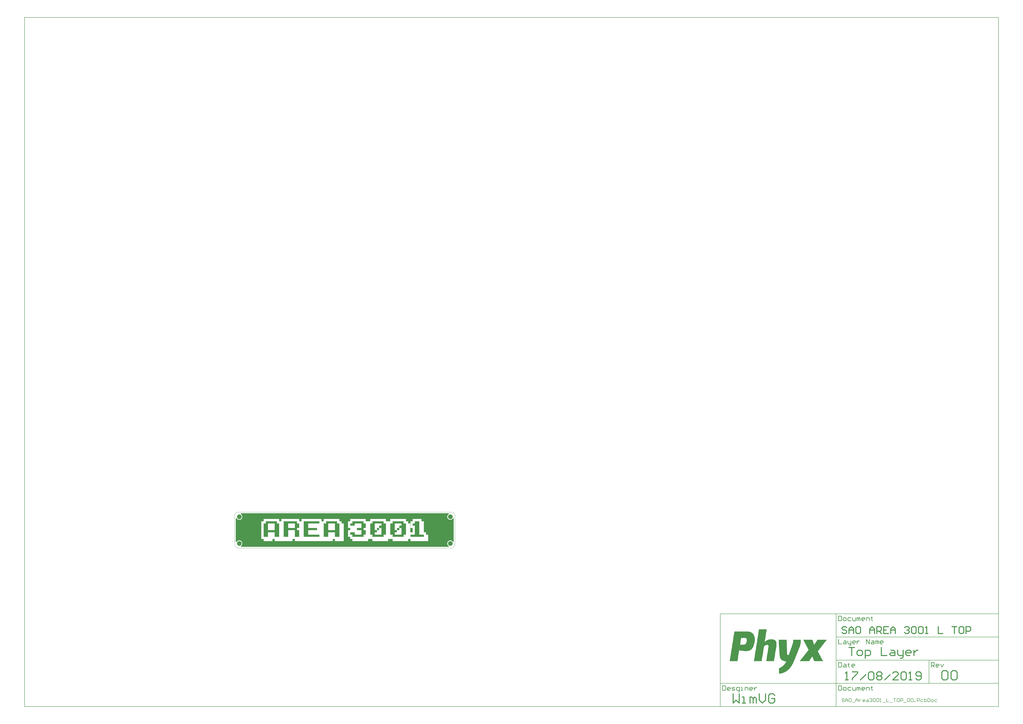
<source format=gtl>
G04*
G04 #@! TF.GenerationSoftware,Altium Limited,Altium Designer,18.1.7 (191)*
G04*
G04 Layer_Physical_Order=1*
G04 Layer_Color=255*
%FSLAX25Y25*%
%MOIN*%
G70*
G01*
G75*
%ADD10C,0.01575*%
%ADD11C,0.00394*%
%ADD12C,0.00787*%
%ADD13C,0.00984*%
%ADD15R,0.07874X0.57087*%
%ADD16R,3.46457X0.03937*%
%ADD17C,0.07874*%
G36*
X363461Y59017D02*
X363539Y58881D01*
X363284Y57426D01*
X362505Y56786D01*
X361866Y56007D01*
X361390Y55118D01*
X361098Y54153D01*
X360999Y53150D01*
X361098Y52146D01*
X361390Y51182D01*
X361866Y50292D01*
X362505Y49513D01*
X363284Y48873D01*
X364174Y48398D01*
X365138Y48106D01*
X366142Y48007D01*
X367145Y48106D01*
X368110Y48398D01*
X368999Y48873D01*
X369778Y49513D01*
X370418Y50292D01*
X371874Y50547D01*
X372009Y50469D01*
X372009Y10555D01*
X371874Y10477D01*
X370418Y10731D01*
X369778Y11511D01*
X368999Y12150D01*
X368110Y12625D01*
X367145Y12918D01*
X366142Y13017D01*
X365138Y12918D01*
X364174Y12625D01*
X363284Y12150D01*
X362505Y11511D01*
X361866Y10731D01*
X361390Y9842D01*
X361098Y8877D01*
X360999Y7874D01*
X361098Y6871D01*
X361390Y5906D01*
X361866Y5017D01*
X362505Y4237D01*
X363284Y3598D01*
X363539Y2142D01*
X363461Y2007D01*
X10555D01*
X10477Y2142D01*
X10731Y3598D01*
X11511Y4237D01*
X12150Y5017D01*
X12625Y5906D01*
X12918Y6871D01*
X13017Y7874D01*
X12918Y8877D01*
X12625Y9842D01*
X12150Y10731D01*
X11511Y11511D01*
X10731Y12150D01*
X9842Y12625D01*
X8877Y12918D01*
X7874Y13017D01*
X6871Y12918D01*
X5906Y12625D01*
X5017Y12150D01*
X4237Y11511D01*
X3598Y10731D01*
X2142Y10477D01*
X2007Y10555D01*
Y50469D01*
X2142Y50547D01*
X3598Y50292D01*
X4237Y49513D01*
X5017Y48873D01*
X5906Y48398D01*
X6871Y48106D01*
X7874Y48007D01*
X8877Y48106D01*
X9842Y48398D01*
X10731Y48873D01*
X11511Y49513D01*
X12150Y50292D01*
X12625Y51182D01*
X12918Y52146D01*
X13017Y53150D01*
X12918Y54153D01*
X12625Y55118D01*
X12150Y56007D01*
X11511Y56786D01*
X10731Y57426D01*
X10477Y58881D01*
X10555Y59017D01*
X363461Y59017D01*
D02*
G37*
G36*
X1005337Y-155808D02*
X1005050D01*
Y-156094D01*
X1004764D01*
Y-156380D01*
Y-156667D01*
X1004478D01*
Y-156953D01*
X1004192D01*
Y-157239D01*
X1003905D01*
Y-157526D01*
Y-157812D01*
X1003619D01*
Y-158098D01*
X1003333D01*
Y-158385D01*
X1003046D01*
Y-158671D01*
X1002760D01*
Y-158957D01*
Y-159244D01*
X1002474D01*
Y-159530D01*
X1002187D01*
Y-159816D01*
X1001901D01*
Y-160102D01*
Y-160389D01*
X1001615D01*
Y-160675D01*
X1001328D01*
Y-160961D01*
X1001042D01*
Y-161248D01*
X1000756D01*
Y-161534D01*
Y-161820D01*
X1000469D01*
Y-162107D01*
X1000183D01*
Y-162393D01*
X999897D01*
Y-162679D01*
Y-162966D01*
X999611D01*
Y-163252D01*
X999324D01*
Y-163538D01*
X999038D01*
Y-163824D01*
Y-164111D01*
X998752D01*
Y-164397D01*
X998465D01*
Y-164683D01*
X998179D01*
Y-164970D01*
X997893D01*
Y-165256D01*
Y-165542D01*
X997606D01*
Y-165829D01*
X997320D01*
Y-166115D01*
X997034D01*
Y-166401D01*
Y-166688D01*
X996747D01*
Y-166974D01*
X996461D01*
Y-167260D01*
X996175D01*
Y-167547D01*
Y-167833D01*
X995889D01*
Y-168119D01*
X995602D01*
Y-168405D01*
X995316D01*
Y-168692D01*
X995030D01*
Y-168978D01*
Y-169264D01*
X994743D01*
Y-169551D01*
X994457D01*
Y-169837D01*
X994171D01*
Y-170123D01*
Y-170410D01*
X993884D01*
Y-170696D01*
X993598D01*
Y-170982D01*
X993312D01*
Y-171269D01*
Y-171555D01*
X993025D01*
Y-171841D01*
X992739D01*
Y-172127D01*
X992453D01*
Y-172414D01*
X992166D01*
Y-172700D01*
Y-172986D01*
X991880D01*
Y-173273D01*
X991594D01*
Y-173559D01*
X991308D01*
Y-173845D01*
Y-174132D01*
X991021D01*
Y-174418D01*
X990735D01*
Y-174704D01*
X990449D01*
Y-174991D01*
X990162D01*
Y-175277D01*
Y-175563D01*
X990449D01*
Y-175850D01*
Y-176136D01*
X990735D01*
Y-176422D01*
Y-176709D01*
X991021D01*
Y-176995D01*
X991308D01*
Y-177281D01*
Y-177568D01*
X991594D01*
Y-177854D01*
Y-178140D01*
X991880D01*
Y-178426D01*
Y-178713D01*
X992166D01*
Y-178999D01*
Y-179285D01*
X992453D01*
Y-179572D01*
Y-179858D01*
X992739D01*
Y-180144D01*
Y-180431D01*
X993025D01*
Y-180717D01*
Y-181003D01*
X993312D01*
Y-181290D01*
Y-181576D01*
X993598D01*
Y-181862D01*
X993884D01*
Y-182149D01*
Y-182435D01*
X994171D01*
Y-182721D01*
Y-183007D01*
X994457D01*
Y-183294D01*
Y-183580D01*
X994743D01*
Y-183866D01*
Y-184153D01*
X995030D01*
Y-184439D01*
Y-184725D01*
X995316D01*
Y-185012D01*
Y-185298D01*
X995602D01*
Y-185584D01*
Y-185871D01*
X995889D01*
Y-186157D01*
X996175D01*
Y-186443D01*
Y-186730D01*
X996461D01*
Y-187016D01*
Y-187302D01*
X996747D01*
Y-187588D01*
Y-187875D01*
X997034D01*
Y-188161D01*
Y-188447D01*
X997320D01*
Y-188734D01*
Y-189020D01*
X997606D01*
Y-189306D01*
Y-189593D01*
X997893D01*
Y-189879D01*
Y-190165D01*
X998179D01*
Y-190452D01*
X998465D01*
Y-190738D01*
Y-191024D01*
X998752D01*
Y-191311D01*
Y-191597D01*
X999038D01*
Y-191883D01*
X983863D01*
Y-191597D01*
X983577D01*
Y-191311D01*
Y-191024D01*
Y-190738D01*
X983291D01*
Y-190452D01*
Y-190165D01*
Y-189879D01*
X983004D01*
Y-189593D01*
Y-189306D01*
X982718D01*
Y-189020D01*
Y-188734D01*
Y-188447D01*
X982432D01*
Y-188161D01*
Y-187875D01*
Y-187588D01*
X982146D01*
Y-187302D01*
Y-187016D01*
X981859D01*
Y-186730D01*
Y-186443D01*
Y-186157D01*
X981573D01*
Y-185871D01*
Y-185584D01*
Y-185298D01*
X981287D01*
Y-185012D01*
Y-184725D01*
Y-184439D01*
X981000D01*
Y-184153D01*
X980428D01*
Y-184439D01*
Y-184725D01*
X980141D01*
Y-185012D01*
X979855D01*
Y-185298D01*
Y-185584D01*
X979569D01*
Y-185871D01*
X979282D01*
Y-186157D01*
Y-186443D01*
X978996D01*
Y-186730D01*
X978710D01*
Y-187016D01*
Y-187302D01*
X978423D01*
Y-187588D01*
X978137D01*
Y-187875D01*
X977851D01*
Y-188161D01*
Y-188447D01*
X977565D01*
Y-188734D01*
X977278D01*
Y-189020D01*
Y-189306D01*
X976992D01*
Y-189593D01*
X976705D01*
Y-189879D01*
Y-190165D01*
X976419D01*
Y-190452D01*
X976133D01*
Y-190738D01*
Y-191024D01*
X975847D01*
Y-191311D01*
X975560D01*
Y-191597D01*
Y-191883D01*
X959527D01*
Y-191597D01*
X959813D01*
Y-191311D01*
X960099D01*
Y-191024D01*
X960386D01*
Y-190738D01*
X960672D01*
Y-190452D01*
Y-190165D01*
X960958D01*
Y-189879D01*
X961245D01*
Y-189593D01*
X961531D01*
Y-189306D01*
X961817D01*
Y-189020D01*
Y-188734D01*
X962104D01*
Y-188447D01*
X962390D01*
Y-188161D01*
X962676D01*
Y-187875D01*
Y-187588D01*
X962963D01*
Y-187302D01*
X963249D01*
Y-187016D01*
X963535D01*
Y-186730D01*
X963822D01*
Y-186443D01*
Y-186157D01*
X964108D01*
Y-185871D01*
X964394D01*
Y-185584D01*
X964680D01*
Y-185298D01*
X964967D01*
Y-185012D01*
Y-184725D01*
X965253D01*
Y-184439D01*
X965539D01*
Y-184153D01*
X965826D01*
Y-183866D01*
Y-183580D01*
X966112D01*
Y-183294D01*
X966398D01*
Y-183007D01*
X966685D01*
Y-182721D01*
X966971D01*
Y-182435D01*
Y-182149D01*
X967257D01*
Y-181862D01*
X967544D01*
Y-181576D01*
X967830D01*
Y-181290D01*
Y-181003D01*
X968116D01*
Y-180717D01*
X968402D01*
Y-180431D01*
X968689D01*
Y-180144D01*
X968975D01*
Y-179858D01*
Y-179572D01*
X969261D01*
Y-179285D01*
X969548D01*
Y-178999D01*
X969834D01*
Y-178713D01*
Y-178426D01*
X970120D01*
Y-178140D01*
X970407D01*
Y-177854D01*
X970693D01*
Y-177568D01*
X970979D01*
Y-177281D01*
Y-176995D01*
X971266D01*
Y-176709D01*
X971552D01*
Y-176422D01*
X971838D01*
Y-176136D01*
X972124D01*
Y-175850D01*
Y-175563D01*
X972411D01*
Y-175277D01*
X972697D01*
Y-174991D01*
X972983D01*
Y-174704D01*
Y-174418D01*
X973270D01*
Y-174132D01*
X973556D01*
Y-173845D01*
X973842D01*
Y-173559D01*
X974129D01*
Y-173273D01*
Y-172986D01*
X974415D01*
Y-172700D01*
Y-172414D01*
Y-172127D01*
X974129D01*
Y-171841D01*
X973842D01*
Y-171555D01*
Y-171269D01*
X973556D01*
Y-170982D01*
Y-170696D01*
X973270D01*
Y-170410D01*
Y-170123D01*
X972983D01*
Y-169837D01*
Y-169551D01*
X972697D01*
Y-169264D01*
Y-168978D01*
X972411D01*
Y-168692D01*
Y-168405D01*
X972124D01*
Y-168119D01*
X971838D01*
Y-167833D01*
Y-167547D01*
X971552D01*
Y-167260D01*
Y-166974D01*
X971266D01*
Y-166688D01*
Y-166401D01*
X970979D01*
Y-166115D01*
Y-165829D01*
X970693D01*
Y-165542D01*
Y-165256D01*
X970407D01*
Y-164970D01*
Y-164683D01*
X970120D01*
Y-164397D01*
X969834D01*
Y-164111D01*
Y-163824D01*
X969548D01*
Y-163538D01*
Y-163252D01*
X969261D01*
Y-162966D01*
Y-162679D01*
X968975D01*
Y-162393D01*
Y-162107D01*
X968689D01*
Y-161820D01*
Y-161534D01*
X968402D01*
Y-161248D01*
Y-160961D01*
X968116D01*
Y-160675D01*
Y-160389D01*
X967830D01*
Y-160102D01*
X967544D01*
Y-159816D01*
Y-159530D01*
X967257D01*
Y-159244D01*
Y-158957D01*
X966971D01*
Y-158671D01*
Y-158385D01*
X966685D01*
Y-158098D01*
Y-157812D01*
X966398D01*
Y-157526D01*
Y-157239D01*
X966112D01*
Y-156953D01*
Y-156667D01*
X965826D01*
Y-156380D01*
X965539D01*
Y-156094D01*
Y-155808D01*
X965253D01*
Y-155521D01*
X981000D01*
Y-155808D01*
X981287D01*
Y-156094D01*
Y-156380D01*
Y-156667D01*
X981573D01*
Y-156953D01*
Y-157239D01*
Y-157526D01*
X981859D01*
Y-157812D01*
Y-158098D01*
Y-158385D01*
X982146D01*
Y-158671D01*
Y-158957D01*
Y-159244D01*
X982432D01*
Y-159530D01*
Y-159816D01*
Y-160102D01*
X982718D01*
Y-160389D01*
Y-160675D01*
Y-160961D01*
X983004D01*
Y-161248D01*
Y-161534D01*
Y-161820D01*
X983291D01*
Y-162107D01*
Y-162393D01*
Y-162679D01*
X983577D01*
Y-162966D01*
Y-163252D01*
Y-163538D01*
Y-163824D01*
X984150D01*
Y-163538D01*
X984436D01*
Y-163252D01*
X984722D01*
Y-162966D01*
Y-162679D01*
X985009D01*
Y-162393D01*
X985295D01*
Y-162107D01*
Y-161820D01*
X985581D01*
Y-161534D01*
X985868D01*
Y-161248D01*
Y-160961D01*
X986154D01*
Y-160675D01*
X986440D01*
Y-160389D01*
Y-160102D01*
X986726D01*
Y-159816D01*
X987013D01*
Y-159530D01*
Y-159244D01*
X987299D01*
Y-158957D01*
X987585D01*
Y-158671D01*
Y-158385D01*
X987872D01*
Y-158098D01*
X988158D01*
Y-157812D01*
Y-157526D01*
X988444D01*
Y-157239D01*
X988731D01*
Y-156953D01*
Y-156667D01*
X989017D01*
Y-156380D01*
X989303D01*
Y-156094D01*
Y-155808D01*
X989590D01*
Y-155521D01*
X1005337D01*
Y-155808D01*
D02*
G37*
G36*
X872201Y-141778D02*
X873919D01*
Y-142065D01*
X874778D01*
Y-142351D01*
X875637D01*
Y-142637D01*
X876496D01*
Y-142924D01*
X877069D01*
Y-143210D01*
X877355D01*
Y-143496D01*
X877928D01*
Y-143783D01*
X878214D01*
Y-144069D01*
X878786D01*
Y-144355D01*
X879073D01*
Y-144641D01*
X879359D01*
Y-144928D01*
X879646D01*
Y-145214D01*
X879932D01*
Y-145501D01*
X880218D01*
Y-145787D01*
X880504D01*
Y-146073D01*
Y-146359D01*
X880791D01*
Y-146646D01*
X881077D01*
Y-146932D01*
Y-147218D01*
X881363D01*
Y-147505D01*
X881650D01*
Y-147791D01*
Y-148077D01*
X881936D01*
Y-148364D01*
Y-148650D01*
Y-148936D01*
X882222D01*
Y-149223D01*
Y-149509D01*
Y-149795D01*
X882509D01*
Y-150082D01*
Y-150368D01*
Y-150654D01*
Y-150940D01*
X882795D01*
Y-151227D01*
Y-151513D01*
Y-151799D01*
Y-152086D01*
Y-152372D01*
X883081D01*
Y-152658D01*
Y-152945D01*
Y-153231D01*
Y-153517D01*
Y-153804D01*
Y-154090D01*
Y-154376D01*
Y-154663D01*
Y-154949D01*
Y-155235D01*
Y-155521D01*
Y-155808D01*
Y-156094D01*
Y-156380D01*
Y-156667D01*
Y-156953D01*
Y-157239D01*
Y-157526D01*
Y-157812D01*
Y-158098D01*
X882795D01*
Y-158385D01*
Y-158671D01*
Y-158957D01*
Y-159244D01*
Y-159530D01*
Y-159816D01*
Y-160102D01*
X882509D01*
Y-160389D01*
Y-160675D01*
Y-160961D01*
Y-161248D01*
Y-161534D01*
X882222D01*
Y-161820D01*
Y-162107D01*
Y-162393D01*
Y-162679D01*
Y-162966D01*
X881936D01*
Y-163252D01*
Y-163538D01*
Y-163824D01*
X881650D01*
Y-164111D01*
Y-164397D01*
Y-164683D01*
Y-164970D01*
X881363D01*
Y-165256D01*
Y-165542D01*
Y-165829D01*
X881077D01*
Y-166115D01*
Y-166401D01*
X880791D01*
Y-166688D01*
Y-166974D01*
Y-167260D01*
X880504D01*
Y-167547D01*
Y-167833D01*
X880218D01*
Y-168119D01*
Y-168405D01*
X879932D01*
Y-168692D01*
Y-168978D01*
X879646D01*
Y-169264D01*
X879359D01*
Y-169551D01*
Y-169837D01*
X879073D01*
Y-170123D01*
X878786D01*
Y-170410D01*
X878500D01*
Y-170696D01*
Y-170982D01*
X878214D01*
Y-171269D01*
X877928D01*
Y-171555D01*
X877641D01*
Y-171841D01*
X877355D01*
Y-172127D01*
X877069D01*
Y-172414D01*
X876496D01*
Y-172700D01*
X876210D01*
Y-172986D01*
X875637D01*
Y-173273D01*
X875351D01*
Y-173559D01*
X874778D01*
Y-173845D01*
X873919D01*
Y-174132D01*
X873060D01*
Y-174418D01*
X872201D01*
Y-174704D01*
X870483D01*
Y-174991D01*
X865330D01*
Y-174704D01*
X862753D01*
Y-174418D01*
X860749D01*
Y-174132D01*
X859317D01*
Y-173845D01*
X857886D01*
Y-173559D01*
X856454D01*
Y-173845D01*
Y-174132D01*
Y-174418D01*
Y-174704D01*
Y-174991D01*
Y-175277D01*
Y-175563D01*
X856168D01*
Y-175850D01*
Y-176136D01*
Y-176422D01*
Y-176709D01*
Y-176995D01*
Y-177281D01*
X855882D01*
Y-177568D01*
Y-177854D01*
Y-178140D01*
Y-178426D01*
Y-178713D01*
Y-178999D01*
X855595D01*
Y-179285D01*
Y-179572D01*
Y-179858D01*
Y-180144D01*
Y-180431D01*
Y-180717D01*
Y-181003D01*
X855309D01*
Y-181290D01*
Y-181576D01*
Y-181862D01*
Y-182149D01*
Y-182435D01*
Y-182721D01*
X855023D01*
Y-183007D01*
Y-183294D01*
Y-183580D01*
Y-183866D01*
Y-184153D01*
Y-184439D01*
X854736D01*
Y-184725D01*
Y-185012D01*
Y-185298D01*
Y-185584D01*
Y-185871D01*
Y-186157D01*
Y-186443D01*
X854450D01*
Y-186730D01*
Y-187016D01*
Y-187302D01*
Y-187588D01*
Y-187875D01*
Y-188161D01*
X854164D01*
Y-188447D01*
Y-188734D01*
Y-189020D01*
Y-189306D01*
Y-189593D01*
Y-189879D01*
X853877D01*
Y-190165D01*
Y-190452D01*
Y-190738D01*
Y-191024D01*
Y-191311D01*
Y-191597D01*
Y-191883D01*
X840421D01*
Y-191597D01*
X840707D01*
Y-191311D01*
Y-191024D01*
Y-190738D01*
Y-190452D01*
Y-190165D01*
X840993D01*
Y-189879D01*
Y-189593D01*
Y-189306D01*
Y-189020D01*
Y-188734D01*
Y-188447D01*
Y-188161D01*
X841280D01*
Y-187875D01*
Y-187588D01*
Y-187302D01*
Y-187016D01*
Y-186730D01*
Y-186443D01*
X841566D01*
Y-186157D01*
Y-185871D01*
Y-185584D01*
Y-185298D01*
Y-185012D01*
Y-184725D01*
X841852D01*
Y-184439D01*
Y-184153D01*
Y-183866D01*
Y-183580D01*
Y-183294D01*
Y-183007D01*
Y-182721D01*
X842138D01*
Y-182435D01*
Y-182149D01*
Y-181862D01*
Y-181576D01*
Y-181290D01*
Y-181003D01*
X842425D01*
Y-180717D01*
Y-180431D01*
Y-180144D01*
Y-179858D01*
Y-179572D01*
Y-179285D01*
X842711D01*
Y-178999D01*
Y-178713D01*
Y-178426D01*
Y-178140D01*
Y-177854D01*
Y-177568D01*
X842997D01*
Y-177281D01*
Y-176995D01*
Y-176709D01*
Y-176422D01*
Y-176136D01*
Y-175850D01*
Y-175563D01*
X843284D01*
Y-175277D01*
Y-174991D01*
Y-174704D01*
Y-174418D01*
Y-174132D01*
Y-173845D01*
X843570D01*
Y-173559D01*
Y-173273D01*
Y-172986D01*
Y-172700D01*
Y-172414D01*
Y-172127D01*
X843856D01*
Y-171841D01*
Y-171555D01*
Y-171269D01*
Y-170982D01*
Y-170696D01*
Y-170410D01*
X844143D01*
Y-170123D01*
Y-169837D01*
Y-169551D01*
Y-169264D01*
Y-168978D01*
Y-168692D01*
Y-168405D01*
X844429D01*
Y-168119D01*
Y-167833D01*
Y-167547D01*
Y-167260D01*
Y-166974D01*
Y-166688D01*
X844715D01*
Y-166401D01*
Y-166115D01*
Y-165829D01*
Y-165542D01*
Y-165256D01*
Y-164970D01*
X845002D01*
Y-164683D01*
Y-164397D01*
Y-164111D01*
Y-163824D01*
Y-163538D01*
Y-163252D01*
Y-162966D01*
X845288D01*
Y-162679D01*
Y-162393D01*
Y-162107D01*
Y-161820D01*
Y-161534D01*
Y-161248D01*
X845574D01*
Y-160961D01*
Y-160675D01*
Y-160389D01*
Y-160102D01*
Y-159816D01*
Y-159530D01*
X845861D01*
Y-159244D01*
Y-158957D01*
Y-158671D01*
Y-158385D01*
Y-158098D01*
Y-157812D01*
X846147D01*
Y-157526D01*
Y-157239D01*
Y-156953D01*
Y-156667D01*
Y-156380D01*
Y-156094D01*
Y-155808D01*
X846433D01*
Y-155521D01*
Y-155235D01*
Y-154949D01*
Y-154663D01*
Y-154376D01*
Y-154090D01*
X846719D01*
Y-153804D01*
Y-153517D01*
Y-153231D01*
Y-152945D01*
Y-152658D01*
Y-152372D01*
X847006D01*
Y-152086D01*
Y-151799D01*
Y-151513D01*
Y-151227D01*
Y-150940D01*
Y-150654D01*
Y-150368D01*
X847292D01*
Y-150082D01*
Y-149795D01*
Y-149509D01*
Y-149223D01*
Y-148936D01*
Y-148650D01*
X847578D01*
Y-148364D01*
Y-148077D01*
Y-147791D01*
Y-147505D01*
Y-147218D01*
Y-146932D01*
X847865D01*
Y-146646D01*
Y-146359D01*
Y-146073D01*
Y-145787D01*
Y-145501D01*
Y-145214D01*
Y-144928D01*
X848151D01*
Y-144641D01*
Y-144355D01*
Y-144069D01*
Y-143783D01*
Y-143496D01*
Y-143210D01*
X848437D01*
Y-142924D01*
Y-142637D01*
Y-142351D01*
Y-142065D01*
Y-141778D01*
Y-141492D01*
X872201D01*
Y-141778D01*
D02*
G37*
G36*
X961245Y-155808D02*
Y-156094D01*
Y-156380D01*
Y-156667D01*
Y-156953D01*
Y-157239D01*
Y-157526D01*
Y-157812D01*
Y-158098D01*
Y-158385D01*
Y-158671D01*
Y-158957D01*
Y-159244D01*
Y-159530D01*
Y-159816D01*
Y-160102D01*
Y-160389D01*
Y-160675D01*
Y-160961D01*
Y-161248D01*
Y-161534D01*
X960958D01*
Y-161820D01*
Y-162107D01*
Y-162393D01*
Y-162679D01*
Y-162966D01*
X960672D01*
Y-163252D01*
Y-163538D01*
Y-163824D01*
Y-164111D01*
X960386D01*
Y-164397D01*
Y-164683D01*
Y-164970D01*
Y-165256D01*
X960099D01*
Y-165542D01*
Y-165829D01*
Y-166115D01*
X959813D01*
Y-166401D01*
Y-166688D01*
Y-166974D01*
X959527D01*
Y-167260D01*
Y-167547D01*
Y-167833D01*
X959241D01*
Y-168119D01*
Y-168405D01*
Y-168692D01*
X958954D01*
Y-168978D01*
Y-169264D01*
X958668D01*
Y-169551D01*
Y-169837D01*
X958381D01*
Y-170123D01*
Y-170410D01*
Y-170696D01*
X958095D01*
Y-170982D01*
Y-171269D01*
X957809D01*
Y-171555D01*
Y-171841D01*
Y-172127D01*
X957523D01*
Y-172414D01*
Y-172700D01*
X957236D01*
Y-172986D01*
Y-173273D01*
Y-173559D01*
X956950D01*
Y-173845D01*
Y-174132D01*
X956664D01*
Y-174418D01*
Y-174704D01*
Y-174991D01*
X956377D01*
Y-175277D01*
Y-175563D01*
X956091D01*
Y-175850D01*
Y-176136D01*
Y-176422D01*
X955805D01*
Y-176709D01*
Y-176995D01*
X955518D01*
Y-177281D01*
Y-177568D01*
Y-177854D01*
X955232D01*
Y-178140D01*
Y-178426D01*
X954946D01*
Y-178713D01*
Y-178999D01*
Y-179285D01*
X954659D01*
Y-179572D01*
Y-179858D01*
X954373D01*
Y-180144D01*
Y-180431D01*
Y-180717D01*
X954087D01*
Y-181003D01*
Y-181290D01*
X953800D01*
Y-181576D01*
Y-181862D01*
Y-182149D01*
X953514D01*
Y-182435D01*
Y-182721D01*
X953228D01*
Y-183007D01*
Y-183294D01*
Y-183580D01*
X952942D01*
Y-183866D01*
Y-184153D01*
X952655D01*
Y-184439D01*
Y-184725D01*
Y-185012D01*
X952369D01*
Y-185298D01*
Y-185584D01*
X952083D01*
Y-185871D01*
Y-186157D01*
Y-186443D01*
X951796D01*
Y-186730D01*
Y-187016D01*
X951510D01*
Y-187302D01*
Y-187588D01*
Y-187875D01*
X951224D01*
Y-188161D01*
Y-188447D01*
X950937D01*
Y-188734D01*
Y-189020D01*
Y-189306D01*
X950651D01*
Y-189593D01*
Y-189879D01*
X950365D01*
Y-190165D01*
Y-190452D01*
Y-190738D01*
X950078D01*
Y-191024D01*
Y-191311D01*
X949792D01*
Y-191597D01*
Y-191883D01*
Y-192169D01*
X949506D01*
Y-192456D01*
Y-192742D01*
X949220D01*
Y-193028D01*
Y-193315D01*
X948933D01*
Y-193601D01*
Y-193887D01*
X948647D01*
Y-194174D01*
Y-194460D01*
Y-194746D01*
X948361D01*
Y-195033D01*
X948074D01*
Y-195319D01*
Y-195605D01*
Y-195891D01*
X947788D01*
Y-196178D01*
X947502D01*
Y-196464D01*
Y-196750D01*
X947215D01*
Y-197037D01*
Y-197323D01*
X946929D01*
Y-197609D01*
Y-197896D01*
X946643D01*
Y-198182D01*
Y-198468D01*
X946356D01*
Y-198755D01*
X946070D01*
Y-199041D01*
Y-199327D01*
X945784D01*
Y-199614D01*
Y-199900D01*
X945497D01*
Y-200186D01*
X945211D01*
Y-200472D01*
X944925D01*
Y-200759D01*
Y-201045D01*
X944639D01*
Y-201331D01*
X944352D01*
Y-201618D01*
Y-201904D01*
X944066D01*
Y-202190D01*
X943780D01*
Y-202477D01*
X943493D01*
Y-202763D01*
Y-203049D01*
X943207D01*
Y-203336D01*
X942921D01*
Y-203622D01*
X942634D01*
Y-203908D01*
X942348D01*
Y-204195D01*
X942062D01*
Y-204481D01*
Y-204767D01*
X941775D01*
Y-205053D01*
X941489D01*
Y-205340D01*
X941203D01*
Y-205626D01*
X940916D01*
Y-205912D01*
X940630D01*
Y-206199D01*
X940344D01*
Y-206485D01*
X940057D01*
Y-206771D01*
X939485D01*
Y-207058D01*
X939199D01*
Y-207344D01*
X938912D01*
Y-207630D01*
X938626D01*
Y-207917D01*
X938340D01*
Y-208203D01*
X937767D01*
Y-208489D01*
X937481D01*
Y-208776D01*
X936908D01*
Y-209062D01*
X936622D01*
Y-209348D01*
X936049D01*
Y-209634D01*
X935763D01*
Y-209921D01*
X935190D01*
Y-210207D01*
X934618D01*
Y-210493D01*
X934045D01*
Y-210780D01*
X933472D01*
Y-211066D01*
X932900D01*
Y-211352D01*
X932041D01*
Y-211639D01*
X931468D01*
Y-211925D01*
X930609D01*
Y-212211D01*
X929464D01*
Y-212498D01*
X928319D01*
Y-212784D01*
X926601D01*
Y-213070D01*
X924597D01*
Y-213357D01*
X924310D01*
Y-213070D01*
Y-212784D01*
Y-212498D01*
Y-212211D01*
Y-211925D01*
Y-211639D01*
Y-211352D01*
Y-211066D01*
Y-210780D01*
Y-210493D01*
Y-210207D01*
Y-209921D01*
Y-209634D01*
Y-209348D01*
Y-209062D01*
Y-208776D01*
Y-208489D01*
Y-208203D01*
Y-207917D01*
Y-207630D01*
Y-207344D01*
Y-207058D01*
Y-206771D01*
Y-206485D01*
Y-206199D01*
Y-205912D01*
Y-205626D01*
Y-205340D01*
Y-205053D01*
Y-204767D01*
Y-204481D01*
Y-204195D01*
Y-203908D01*
X924883D01*
Y-203622D01*
X925455D01*
Y-203336D01*
X926028D01*
Y-203049D01*
X926601D01*
Y-202763D01*
X927173D01*
Y-202477D01*
X927746D01*
Y-202190D01*
X928032D01*
Y-201904D01*
X928605D01*
Y-201618D01*
X928891D01*
Y-201331D01*
X929464D01*
Y-201045D01*
X929750D01*
Y-200759D01*
X930037D01*
Y-200472D01*
X930609D01*
Y-200186D01*
X930896D01*
Y-199900D01*
X931182D01*
Y-199614D01*
X931468D01*
Y-199327D01*
X931754D01*
Y-199041D01*
X932041D01*
Y-198755D01*
X932327D01*
Y-198468D01*
X932613D01*
Y-198182D01*
X932900D01*
Y-197896D01*
X933186D01*
Y-197609D01*
X933472D01*
Y-197323D01*
X933759D01*
Y-197037D01*
Y-196750D01*
X934045D01*
Y-196464D01*
X934331D01*
Y-196178D01*
X934618D01*
Y-195891D01*
Y-195605D01*
X934904D01*
Y-195319D01*
X935190D01*
Y-195033D01*
Y-194746D01*
X935476D01*
Y-194460D01*
Y-194174D01*
X935763D01*
Y-193887D01*
X936049D01*
Y-193601D01*
Y-193315D01*
X936335D01*
Y-193028D01*
Y-192742D01*
X936622D01*
Y-192456D01*
Y-192169D01*
X934904D01*
Y-191883D01*
X932900D01*
Y-191597D01*
X931754D01*
Y-191311D01*
X931182D01*
Y-191024D01*
X930323D01*
Y-190738D01*
X929750D01*
Y-190452D01*
X929464D01*
Y-190165D01*
X928891D01*
Y-189879D01*
X928605D01*
Y-189593D01*
X928319D01*
Y-189306D01*
X928032D01*
Y-189020D01*
X927746D01*
Y-188734D01*
X927460D01*
Y-188447D01*
Y-188161D01*
X927173D01*
Y-187875D01*
X926887D01*
Y-187588D01*
Y-187302D01*
X926601D01*
Y-187016D01*
Y-186730D01*
X926315D01*
Y-186443D01*
Y-186157D01*
X926028D01*
Y-185871D01*
Y-185584D01*
Y-185298D01*
X925742D01*
Y-185012D01*
Y-184725D01*
Y-184439D01*
Y-184153D01*
X925455D01*
Y-183866D01*
Y-183580D01*
Y-183294D01*
Y-183007D01*
Y-182721D01*
Y-182435D01*
Y-182149D01*
X925169D01*
Y-181862D01*
Y-181576D01*
Y-181290D01*
Y-181003D01*
Y-180717D01*
Y-180431D01*
Y-180144D01*
Y-179858D01*
Y-179572D01*
Y-179285D01*
Y-178999D01*
Y-178713D01*
Y-178426D01*
Y-178140D01*
Y-177854D01*
X924883D01*
Y-177568D01*
Y-177281D01*
Y-176995D01*
Y-176709D01*
Y-176422D01*
Y-176136D01*
Y-175850D01*
Y-175563D01*
Y-175277D01*
Y-174991D01*
Y-174704D01*
Y-174418D01*
Y-174132D01*
Y-173845D01*
Y-173559D01*
X924597D01*
Y-173273D01*
Y-172986D01*
Y-172700D01*
Y-172414D01*
Y-172127D01*
Y-171841D01*
Y-171555D01*
Y-171269D01*
Y-170982D01*
Y-170696D01*
Y-170410D01*
Y-170123D01*
Y-169837D01*
Y-169551D01*
Y-169264D01*
Y-168978D01*
X924310D01*
Y-168692D01*
Y-168405D01*
Y-168119D01*
Y-167833D01*
Y-167547D01*
Y-167260D01*
Y-166974D01*
Y-166688D01*
Y-166401D01*
Y-166115D01*
Y-165829D01*
Y-165542D01*
Y-165256D01*
Y-164970D01*
Y-164683D01*
Y-164397D01*
X924024D01*
Y-164111D01*
Y-163824D01*
Y-163538D01*
Y-163252D01*
Y-162966D01*
Y-162679D01*
Y-162393D01*
Y-162107D01*
Y-161820D01*
Y-161534D01*
Y-161248D01*
Y-160961D01*
Y-160675D01*
Y-160389D01*
X923738D01*
Y-160102D01*
Y-159816D01*
Y-159530D01*
Y-159244D01*
Y-158957D01*
Y-158671D01*
Y-158385D01*
Y-158098D01*
Y-157812D01*
Y-157526D01*
Y-157239D01*
Y-156953D01*
Y-156667D01*
Y-156380D01*
Y-156094D01*
Y-155808D01*
X923451D01*
Y-155521D01*
X937194D01*
Y-155808D01*
Y-156094D01*
Y-156380D01*
Y-156667D01*
Y-156953D01*
Y-157239D01*
Y-157526D01*
Y-157812D01*
Y-158098D01*
Y-158385D01*
Y-158671D01*
Y-158957D01*
Y-159244D01*
Y-159530D01*
X937481D01*
Y-159816D01*
Y-160102D01*
Y-160389D01*
Y-160675D01*
Y-160961D01*
Y-161248D01*
Y-161534D01*
Y-161820D01*
Y-162107D01*
Y-162393D01*
Y-162679D01*
Y-162966D01*
Y-163252D01*
Y-163538D01*
Y-163824D01*
Y-164111D01*
Y-164397D01*
Y-164683D01*
Y-164970D01*
Y-165256D01*
Y-165542D01*
Y-165829D01*
Y-166115D01*
Y-166401D01*
Y-166688D01*
Y-166974D01*
Y-167260D01*
Y-167547D01*
Y-167833D01*
Y-168119D01*
Y-168405D01*
Y-168692D01*
Y-168978D01*
Y-169264D01*
Y-169551D01*
Y-169837D01*
Y-170123D01*
Y-170410D01*
Y-170696D01*
Y-170982D01*
Y-171269D01*
X937767D01*
Y-171555D01*
X937481D01*
Y-171841D01*
Y-172127D01*
X937767D01*
Y-172414D01*
Y-172700D01*
Y-172986D01*
Y-173273D01*
Y-173559D01*
Y-173845D01*
Y-174132D01*
Y-174418D01*
Y-174704D01*
Y-174991D01*
Y-175277D01*
Y-175563D01*
Y-175850D01*
Y-176136D01*
Y-176422D01*
Y-176709D01*
Y-176995D01*
Y-177281D01*
Y-177568D01*
Y-177854D01*
Y-178140D01*
Y-178426D01*
Y-178713D01*
Y-178999D01*
Y-179285D01*
Y-179572D01*
X938053D01*
Y-179858D01*
Y-180144D01*
Y-180431D01*
X938340D01*
Y-180717D01*
X938626D01*
Y-181003D01*
X938912D01*
Y-181290D01*
X939771D01*
Y-181576D01*
X940630D01*
Y-181290D01*
X940916D01*
Y-181003D01*
Y-180717D01*
Y-180431D01*
X941203D01*
Y-180144D01*
Y-179858D01*
X941489D01*
Y-179572D01*
Y-179285D01*
Y-178999D01*
X941775D01*
Y-178713D01*
Y-178426D01*
Y-178140D01*
X942062D01*
Y-177854D01*
Y-177568D01*
Y-177281D01*
X942348D01*
Y-176995D01*
Y-176709D01*
Y-176422D01*
X942634D01*
Y-176136D01*
Y-175850D01*
X942921D01*
Y-175563D01*
Y-175277D01*
Y-174991D01*
X943207D01*
Y-174704D01*
Y-174418D01*
Y-174132D01*
X943493D01*
Y-173845D01*
Y-173559D01*
Y-173273D01*
X943780D01*
Y-172986D01*
Y-172700D01*
X944066D01*
Y-172414D01*
Y-172127D01*
Y-171841D01*
X944352D01*
Y-171555D01*
Y-171269D01*
Y-170982D01*
X944639D01*
Y-170696D01*
Y-170410D01*
Y-170123D01*
X944925D01*
Y-169837D01*
Y-169551D01*
X945211D01*
Y-169264D01*
Y-168978D01*
Y-168692D01*
X945497D01*
Y-168405D01*
Y-168119D01*
Y-167833D01*
X945784D01*
Y-167547D01*
Y-167260D01*
Y-166974D01*
X946070D01*
Y-166688D01*
Y-166401D01*
X946356D01*
Y-166115D01*
Y-165829D01*
Y-165542D01*
X946643D01*
Y-165256D01*
Y-164970D01*
Y-164683D01*
X946929D01*
Y-164397D01*
Y-164111D01*
Y-163824D01*
X947215D01*
Y-163538D01*
Y-163252D01*
Y-162966D01*
Y-162679D01*
X947502D01*
Y-162393D01*
Y-162107D01*
Y-161820D01*
Y-161534D01*
X947788D01*
Y-161248D01*
Y-160961D01*
Y-160675D01*
Y-160389D01*
Y-160102D01*
X948074D01*
Y-159816D01*
Y-159530D01*
Y-159244D01*
Y-158957D01*
Y-158671D01*
Y-158385D01*
X948361D01*
Y-158098D01*
Y-157812D01*
Y-157526D01*
Y-157239D01*
Y-156953D01*
Y-156667D01*
Y-156380D01*
Y-156094D01*
Y-155808D01*
Y-155521D01*
X961245D01*
Y-155808D01*
D02*
G37*
G36*
X903409Y-138343D02*
Y-138629D01*
X903123D01*
Y-138915D01*
Y-139202D01*
Y-139488D01*
Y-139774D01*
Y-140060D01*
Y-140347D01*
X902837D01*
Y-140633D01*
Y-140919D01*
Y-141206D01*
Y-141492D01*
Y-141778D01*
Y-142065D01*
X902551D01*
Y-142351D01*
Y-142637D01*
Y-142924D01*
Y-143210D01*
Y-143496D01*
Y-143783D01*
Y-144069D01*
X902264D01*
Y-144355D01*
Y-144641D01*
Y-144928D01*
Y-145214D01*
Y-145501D01*
Y-145787D01*
X901978D01*
Y-146073D01*
Y-146359D01*
Y-146646D01*
Y-146932D01*
Y-147218D01*
Y-147505D01*
X901692D01*
Y-147791D01*
Y-148077D01*
Y-148364D01*
Y-148650D01*
Y-148936D01*
Y-149223D01*
Y-149509D01*
X901405D01*
Y-149795D01*
Y-150082D01*
Y-150368D01*
Y-150654D01*
Y-150940D01*
Y-151227D01*
X901119D01*
Y-151513D01*
Y-151799D01*
Y-152086D01*
Y-152372D01*
Y-152658D01*
Y-152945D01*
X900833D01*
Y-153231D01*
Y-153517D01*
Y-153804D01*
Y-154090D01*
Y-154376D01*
Y-154663D01*
X900546D01*
Y-154949D01*
Y-155235D01*
Y-155521D01*
Y-155808D01*
Y-156094D01*
Y-156380D01*
Y-156667D01*
X900260D01*
Y-156953D01*
Y-157239D01*
Y-157526D01*
Y-157812D01*
Y-158098D01*
Y-158385D01*
X899974D01*
Y-158671D01*
Y-158957D01*
X900546D01*
Y-158671D01*
X900833D01*
Y-158385D01*
X901119D01*
Y-158098D01*
X901692D01*
Y-157812D01*
X901978D01*
Y-157526D01*
X902264D01*
Y-157239D01*
X902837D01*
Y-156953D01*
X903409D01*
Y-156667D01*
X903696D01*
Y-156380D01*
X904268D01*
Y-156094D01*
X905127D01*
Y-155808D01*
X905700D01*
Y-155521D01*
X906559D01*
Y-155235D01*
X907990D01*
Y-154949D01*
X914289D01*
Y-155235D01*
X915435D01*
Y-155521D01*
X916294D01*
Y-155808D01*
X916866D01*
Y-156094D01*
X917153D01*
Y-156380D01*
X917725D01*
Y-156667D01*
X918011D01*
Y-156953D01*
X918298D01*
Y-157239D01*
X918584D01*
Y-157526D01*
X918870D01*
Y-157812D01*
Y-158098D01*
X919157D01*
Y-158385D01*
Y-158671D01*
X919443D01*
Y-158957D01*
Y-159244D01*
Y-159530D01*
X919729D01*
Y-159816D01*
Y-160102D01*
Y-160389D01*
Y-160675D01*
X920016D01*
Y-160961D01*
Y-161248D01*
Y-161534D01*
Y-161820D01*
Y-162107D01*
Y-162393D01*
Y-162679D01*
Y-162966D01*
Y-163252D01*
Y-163538D01*
Y-163824D01*
Y-164111D01*
Y-164397D01*
Y-164683D01*
Y-164970D01*
Y-165256D01*
Y-165542D01*
Y-165829D01*
X919729D01*
Y-166115D01*
Y-166401D01*
Y-166688D01*
Y-166974D01*
Y-167260D01*
Y-167547D01*
Y-167833D01*
X919443D01*
Y-168119D01*
Y-168405D01*
Y-168692D01*
Y-168978D01*
Y-169264D01*
Y-169551D01*
Y-169837D01*
X919157D01*
Y-170123D01*
Y-170410D01*
Y-170696D01*
Y-170982D01*
Y-171269D01*
Y-171555D01*
X918870D01*
Y-171841D01*
Y-172127D01*
Y-172414D01*
Y-172700D01*
Y-172986D01*
Y-173273D01*
X918584D01*
Y-173559D01*
Y-173845D01*
Y-174132D01*
Y-174418D01*
Y-174704D01*
Y-174991D01*
X918298D01*
Y-175277D01*
Y-175563D01*
Y-175850D01*
Y-176136D01*
Y-176422D01*
Y-176709D01*
Y-176995D01*
X918011D01*
Y-177281D01*
Y-177568D01*
Y-177854D01*
Y-178140D01*
Y-178426D01*
Y-178713D01*
X917725D01*
Y-178999D01*
Y-179285D01*
Y-179572D01*
Y-179858D01*
Y-180144D01*
Y-180431D01*
X917439D01*
Y-180717D01*
Y-181003D01*
Y-181290D01*
Y-181576D01*
Y-181862D01*
Y-182149D01*
Y-182435D01*
X917153D01*
Y-182721D01*
Y-183007D01*
Y-183294D01*
Y-183580D01*
Y-183866D01*
Y-184153D01*
X916866D01*
Y-184439D01*
Y-184725D01*
Y-185012D01*
Y-185298D01*
Y-185584D01*
Y-185871D01*
X916580D01*
Y-186157D01*
Y-186443D01*
Y-186730D01*
Y-187016D01*
Y-187302D01*
Y-187588D01*
X916294D01*
Y-187875D01*
Y-188161D01*
Y-188447D01*
Y-188734D01*
Y-189020D01*
Y-189306D01*
Y-189593D01*
X916007D01*
Y-189879D01*
Y-190165D01*
Y-190452D01*
Y-190738D01*
Y-191024D01*
Y-191311D01*
X915721D01*
Y-191597D01*
Y-191883D01*
X902551D01*
Y-191597D01*
Y-191311D01*
X902837D01*
Y-191024D01*
Y-190738D01*
Y-190452D01*
Y-190165D01*
Y-189879D01*
Y-189593D01*
X903123D01*
Y-189306D01*
Y-189020D01*
Y-188734D01*
Y-188447D01*
Y-188161D01*
Y-187875D01*
Y-187588D01*
X903409D01*
Y-187302D01*
Y-187016D01*
Y-186730D01*
Y-186443D01*
Y-186157D01*
Y-185871D01*
X903696D01*
Y-185584D01*
Y-185298D01*
Y-185012D01*
Y-184725D01*
Y-184439D01*
Y-184153D01*
X903982D01*
Y-183866D01*
Y-183580D01*
Y-183294D01*
Y-183007D01*
Y-182721D01*
Y-182435D01*
Y-182149D01*
X904268D01*
Y-181862D01*
Y-181576D01*
Y-181290D01*
Y-181003D01*
Y-180717D01*
Y-180431D01*
X904555D01*
Y-180144D01*
Y-179858D01*
Y-179572D01*
Y-179285D01*
Y-178999D01*
Y-178713D01*
Y-178426D01*
X904841D01*
Y-178140D01*
Y-177854D01*
Y-177568D01*
Y-177281D01*
Y-176995D01*
Y-176709D01*
X905127D01*
Y-176422D01*
Y-176136D01*
Y-175850D01*
Y-175563D01*
Y-175277D01*
Y-174991D01*
X905414D01*
Y-174704D01*
Y-174418D01*
Y-174132D01*
Y-173845D01*
Y-173559D01*
Y-173273D01*
X905700D01*
Y-172986D01*
Y-172700D01*
Y-172414D01*
Y-172127D01*
Y-171841D01*
Y-171555D01*
Y-171269D01*
X905986D01*
Y-170982D01*
Y-170696D01*
Y-170410D01*
Y-170123D01*
Y-169837D01*
Y-169551D01*
X906273D01*
Y-169264D01*
Y-168978D01*
Y-168692D01*
Y-168405D01*
Y-168119D01*
Y-167833D01*
Y-167547D01*
X906559D01*
Y-167260D01*
Y-166974D01*
Y-166688D01*
Y-166401D01*
Y-166115D01*
Y-165829D01*
X906273D01*
Y-165542D01*
Y-165256D01*
X905986D01*
Y-164970D01*
X905700D01*
Y-164683D01*
X905127D01*
Y-164397D01*
X903409D01*
Y-164683D01*
X901978D01*
Y-164970D01*
X901119D01*
Y-165256D01*
X900546D01*
Y-165542D01*
X900260D01*
Y-165829D01*
X899687D01*
Y-166115D01*
X899401D01*
Y-166401D01*
X899115D01*
Y-166688D01*
Y-166974D01*
X898828D01*
Y-167260D01*
Y-167547D01*
Y-167833D01*
X898542D01*
Y-168119D01*
Y-168405D01*
Y-168692D01*
Y-168978D01*
Y-169264D01*
Y-169551D01*
X898256D01*
Y-169837D01*
Y-170123D01*
Y-170410D01*
Y-170696D01*
Y-170982D01*
Y-171269D01*
Y-171555D01*
X897970D01*
Y-171841D01*
Y-172127D01*
Y-172414D01*
Y-172700D01*
Y-172986D01*
Y-173273D01*
X897683D01*
Y-173559D01*
Y-173845D01*
Y-174132D01*
Y-174418D01*
Y-174704D01*
Y-174991D01*
X897397D01*
Y-175277D01*
Y-175563D01*
Y-175850D01*
Y-176136D01*
Y-176422D01*
Y-176709D01*
X897111D01*
Y-176995D01*
Y-177281D01*
Y-177568D01*
Y-177854D01*
Y-178140D01*
Y-178426D01*
Y-178713D01*
X896824D01*
Y-178999D01*
Y-179285D01*
Y-179572D01*
Y-179858D01*
Y-180144D01*
Y-180431D01*
X896538D01*
Y-180717D01*
Y-181003D01*
Y-181290D01*
Y-181576D01*
Y-181862D01*
Y-182149D01*
X896252D01*
Y-182435D01*
Y-182721D01*
Y-183007D01*
Y-183294D01*
Y-183580D01*
Y-183866D01*
Y-184153D01*
X895965D01*
Y-184439D01*
Y-184725D01*
Y-185012D01*
Y-185298D01*
Y-185584D01*
Y-185871D01*
X895679D01*
Y-186157D01*
Y-186443D01*
Y-186730D01*
Y-187016D01*
Y-187302D01*
Y-187588D01*
X895393D01*
Y-187875D01*
Y-188161D01*
Y-188447D01*
Y-188734D01*
Y-189020D01*
Y-189306D01*
X895106D01*
Y-189593D01*
Y-189879D01*
Y-190165D01*
Y-190452D01*
Y-190738D01*
Y-191024D01*
Y-191311D01*
X894820D01*
Y-191597D01*
Y-191883D01*
X881650D01*
Y-191597D01*
Y-191311D01*
X881936D01*
Y-191024D01*
Y-190738D01*
Y-190452D01*
Y-190165D01*
Y-189879D01*
Y-189593D01*
Y-189306D01*
X882222D01*
Y-189020D01*
Y-188734D01*
Y-188447D01*
Y-188161D01*
Y-187875D01*
Y-187588D01*
X882509D01*
Y-187302D01*
Y-187016D01*
Y-186730D01*
Y-186443D01*
Y-186157D01*
Y-185871D01*
X882795D01*
Y-185584D01*
Y-185298D01*
Y-185012D01*
Y-184725D01*
Y-184439D01*
Y-184153D01*
Y-183866D01*
X883081D01*
Y-183580D01*
Y-183294D01*
Y-183007D01*
Y-182721D01*
Y-182435D01*
Y-182149D01*
X883368D01*
Y-181862D01*
Y-181576D01*
Y-181290D01*
Y-181003D01*
Y-180717D01*
Y-180431D01*
X883654D01*
Y-180144D01*
Y-179858D01*
Y-179572D01*
Y-179285D01*
Y-178999D01*
Y-178713D01*
X883940D01*
Y-178426D01*
Y-178140D01*
Y-177854D01*
Y-177568D01*
Y-177281D01*
Y-176995D01*
Y-176709D01*
X884227D01*
Y-176422D01*
Y-176136D01*
Y-175850D01*
Y-175563D01*
Y-175277D01*
Y-174991D01*
X884513D01*
Y-174704D01*
Y-174418D01*
Y-174132D01*
Y-173845D01*
Y-173559D01*
Y-173273D01*
X884799D01*
Y-172986D01*
Y-172700D01*
Y-172414D01*
Y-172127D01*
Y-171841D01*
Y-171555D01*
Y-171269D01*
X885085D01*
Y-170982D01*
Y-170696D01*
Y-170410D01*
Y-170123D01*
Y-169837D01*
Y-169551D01*
X885372D01*
Y-169264D01*
Y-168978D01*
Y-168692D01*
Y-168405D01*
Y-168119D01*
Y-167833D01*
X885658D01*
Y-167547D01*
Y-167260D01*
Y-166974D01*
Y-166688D01*
Y-166401D01*
Y-166115D01*
X885944D01*
Y-165829D01*
Y-165542D01*
Y-165256D01*
Y-164970D01*
Y-164683D01*
Y-164397D01*
Y-164111D01*
X886231D01*
Y-163824D01*
Y-163538D01*
Y-163252D01*
Y-162966D01*
Y-162679D01*
Y-162393D01*
X886517D01*
Y-162107D01*
Y-161820D01*
Y-161534D01*
Y-161248D01*
Y-160961D01*
Y-160675D01*
X886803D01*
Y-160389D01*
Y-160102D01*
Y-159816D01*
Y-159530D01*
Y-159244D01*
Y-158957D01*
X887090D01*
Y-158671D01*
Y-158385D01*
Y-158098D01*
Y-157812D01*
Y-157526D01*
Y-157239D01*
Y-156953D01*
X887376D01*
Y-156667D01*
Y-156380D01*
Y-156094D01*
Y-155808D01*
Y-155521D01*
Y-155235D01*
X887662D01*
Y-154949D01*
Y-154663D01*
Y-154376D01*
Y-154090D01*
Y-153804D01*
Y-153517D01*
X887949D01*
Y-153231D01*
Y-152945D01*
Y-152658D01*
Y-152372D01*
Y-152086D01*
Y-151799D01*
Y-151513D01*
X888235D01*
Y-151227D01*
Y-150940D01*
Y-150654D01*
Y-150368D01*
Y-150082D01*
Y-149795D01*
X888521D01*
Y-149509D01*
Y-149223D01*
Y-148936D01*
Y-148650D01*
Y-148364D01*
Y-148077D01*
X888807D01*
Y-147791D01*
Y-147505D01*
Y-147218D01*
Y-146932D01*
Y-146646D01*
Y-146359D01*
X889094D01*
Y-146073D01*
Y-145787D01*
Y-145501D01*
Y-145214D01*
Y-144928D01*
Y-144641D01*
Y-144355D01*
X889380D01*
Y-144069D01*
Y-143783D01*
Y-143496D01*
Y-143210D01*
Y-142924D01*
Y-142637D01*
X889666D01*
Y-142351D01*
Y-142065D01*
Y-141778D01*
Y-141492D01*
Y-141206D01*
Y-140919D01*
X889953D01*
Y-140633D01*
Y-140347D01*
Y-140060D01*
Y-139774D01*
Y-139488D01*
Y-139202D01*
Y-138915D01*
X890239D01*
Y-138629D01*
Y-138343D01*
Y-138056D01*
X903409D01*
Y-138343D01*
D02*
G37*
%LPC*%
G36*
X358858Y57677D02*
X15157D01*
Y3347D01*
X358858D01*
Y57677D01*
D02*
G37*
%LPD*%
G36*
X358268Y3937D02*
X15748D01*
Y57087D01*
X358268D01*
Y3937D01*
D02*
G37*
%LPC*%
G36*
X177807Y49374D02*
X151308D01*
Y45566D01*
X147539D01*
Y49374D01*
X113463D01*
Y45566D01*
X109654D01*
Y49374D01*
X79386D01*
Y45566D01*
X75578D01*
Y49374D01*
X49078D01*
Y45566D01*
X45310D01*
Y15378D01*
X49078D01*
Y11649D01*
X64192D01*
Y15378D01*
X68001D01*
Y11649D01*
X83115D01*
Y15378D01*
X83155D01*
Y11649D01*
X98269D01*
Y15378D01*
X102077D01*
Y11649D01*
X117191D01*
Y15378D01*
X117231D01*
Y11649D01*
X151268D01*
Y15378D01*
X151308D01*
Y11649D01*
X166422D01*
Y15378D01*
X170230D01*
Y11649D01*
X185344D01*
Y41837D01*
X181616D01*
Y45566D01*
X177807D01*
Y49374D01*
D02*
G37*
G36*
X317320D02*
X302206D01*
Y45566D01*
X298398D01*
Y41837D01*
Y38029D01*
Y34220D01*
X302206D01*
Y30452D01*
Y26643D01*
X298358D01*
Y30452D01*
Y34220D01*
Y38029D01*
Y41837D01*
X294630D01*
Y45566D01*
X290821D01*
Y49374D01*
X264321D01*
Y45566D01*
X256744D01*
Y49374D01*
X230245D01*
Y45566D01*
X222668D01*
Y49374D01*
X196168D01*
Y45566D01*
X192400D01*
Y34220D01*
X196168D01*
Y30452D01*
X192400D01*
Y19106D01*
X196168D01*
Y15378D01*
X199977D01*
Y11649D01*
X226477D01*
Y15378D01*
X230205D01*
Y19106D01*
X230245D01*
Y15378D01*
X234053D01*
Y11649D01*
X260553D01*
Y15378D01*
X264281D01*
Y19106D01*
X264321D01*
Y15378D01*
X268130D01*
Y11649D01*
X294630D01*
Y15378D01*
X298398D01*
Y11649D01*
X328706D01*
Y22835D01*
X324897D01*
Y26643D01*
X321129D01*
Y30452D01*
Y34220D01*
Y38029D01*
Y41837D01*
Y45566D01*
X317320D01*
Y49374D01*
D02*
G37*
%LPD*%
G36*
X174039Y41837D02*
X177807D01*
Y38029D01*
Y34220D01*
Y30452D01*
Y26643D01*
Y22835D01*
Y19106D01*
X170230D01*
Y22835D01*
Y26643D01*
X158925D01*
Y22835D01*
Y19106D01*
X151308D01*
Y22835D01*
Y26643D01*
Y30452D01*
Y34220D01*
Y38029D01*
Y41837D01*
X155116D01*
Y45566D01*
X174039D01*
Y41837D01*
D02*
G37*
G36*
X143731D02*
X124848D01*
Y38029D01*
Y34220D01*
X139962D01*
Y30452D01*
X124848D01*
Y26643D01*
Y22835D01*
X143731D01*
Y19106D01*
X117231D01*
Y22835D01*
Y26643D01*
Y30452D01*
Y34220D01*
Y38029D01*
Y41837D01*
Y45566D01*
X143731D01*
Y41837D01*
D02*
G37*
G36*
X105886D02*
X109654D01*
Y38029D01*
Y34220D01*
X105886D01*
Y30452D01*
X109654D01*
Y26643D01*
Y22835D01*
Y19106D01*
X102077D01*
Y22835D01*
Y26643D01*
Y30452D01*
X90772D01*
Y26643D01*
Y22835D01*
Y19106D01*
X83155D01*
Y22835D01*
Y26643D01*
Y30452D01*
Y34220D01*
Y38029D01*
Y41837D01*
Y45566D01*
X105886D01*
Y41837D01*
D02*
G37*
G36*
X71809D02*
X75578D01*
Y38029D01*
Y34220D01*
Y30452D01*
Y26643D01*
Y22835D01*
Y19106D01*
X68001D01*
Y22835D01*
Y26643D01*
X56695D01*
Y22835D01*
Y19106D01*
X49078D01*
Y22835D01*
Y26643D01*
Y30452D01*
Y34220D01*
Y38029D01*
Y41837D01*
X52887D01*
Y45566D01*
X71809D01*
Y41837D01*
D02*
G37*
%LPC*%
G36*
X170230D02*
X158925D01*
Y38029D01*
Y34220D01*
Y30452D01*
X170230D01*
Y34220D01*
Y38029D01*
Y41837D01*
D02*
G37*
G36*
X102077D02*
X90772D01*
Y38029D01*
Y34220D01*
X102077D01*
Y38029D01*
Y41837D01*
D02*
G37*
G36*
X68001D02*
X56695D01*
Y38029D01*
Y34220D01*
Y30452D01*
X68001D01*
Y34220D01*
Y38029D01*
Y41837D01*
D02*
G37*
%LPD*%
G36*
X218899D02*
X222668D01*
Y38029D01*
Y34220D01*
X218899D01*
Y30452D01*
X222668D01*
Y26643D01*
Y22835D01*
X218899D01*
Y19106D01*
X199977D01*
Y22835D01*
X196168D01*
Y26643D01*
X203785D01*
Y22835D01*
X215091D01*
Y26643D01*
Y30452D01*
X207474D01*
Y34220D01*
X215091D01*
Y38029D01*
Y41837D01*
X203785D01*
Y38029D01*
X196168D01*
Y41837D01*
X199977D01*
Y45566D01*
X218899D01*
Y41837D01*
D02*
G37*
G36*
X313512D02*
Y38029D01*
Y34220D01*
Y30452D01*
Y26643D01*
Y22835D01*
X321129D01*
Y19106D01*
X298398D01*
Y22835D01*
X306015D01*
Y26643D01*
Y30452D01*
Y34220D01*
Y38029D01*
X302206D01*
Y41837D01*
X306015D01*
Y45566D01*
X313512D01*
Y41837D01*
D02*
G37*
G36*
X287052D02*
X290821D01*
Y38029D01*
Y34220D01*
Y30452D01*
Y26643D01*
Y22835D01*
X287052D01*
Y19106D01*
X268130D01*
Y22835D01*
X264321D01*
Y26643D01*
Y30452D01*
Y34220D01*
Y38029D01*
Y41837D01*
X268130D01*
Y45566D01*
X287052D01*
Y41837D01*
D02*
G37*
G36*
X252976D02*
X256744D01*
Y38029D01*
Y34220D01*
Y30452D01*
Y26643D01*
Y22835D01*
X252976D01*
Y19106D01*
X234053D01*
Y22835D01*
X230245D01*
Y26643D01*
Y30452D01*
Y34220D01*
Y38029D01*
Y41837D01*
X234053D01*
Y45566D01*
X252976D01*
Y41837D01*
D02*
G37*
%LPC*%
G36*
X283244D02*
X271938D01*
Y38029D01*
Y34220D01*
Y30452D01*
X275627D01*
Y26643D01*
X271938D01*
Y22835D01*
X283244D01*
Y26643D01*
Y30452D01*
Y34220D01*
X279435D01*
Y38029D01*
X283244D01*
Y41837D01*
D02*
G37*
%LPD*%
G36*
X279435Y30452D02*
X275627D01*
Y34220D01*
X279435D01*
Y30452D01*
D02*
G37*
%LPC*%
G36*
X249167Y41837D02*
X237862D01*
Y38029D01*
Y34220D01*
Y30452D01*
X241550D01*
Y26643D01*
X237862D01*
Y22835D01*
X249167D01*
Y26643D01*
Y30452D01*
Y34220D01*
X245359D01*
Y38029D01*
X249167D01*
Y41837D01*
D02*
G37*
%LPD*%
G36*
X245359Y30452D02*
X241550D01*
Y34220D01*
X245359D01*
Y30452D01*
D02*
G37*
%LPC*%
G36*
X867907Y-152658D02*
X859890D01*
Y-152945D01*
Y-153231D01*
Y-153517D01*
Y-153804D01*
Y-154090D01*
X859604D01*
Y-154376D01*
Y-154663D01*
Y-154949D01*
Y-155235D01*
Y-155521D01*
Y-155808D01*
X859317D01*
Y-156094D01*
Y-156380D01*
Y-156667D01*
Y-156953D01*
Y-157239D01*
Y-157526D01*
X859031D01*
Y-157812D01*
Y-158098D01*
Y-158385D01*
Y-158671D01*
Y-158957D01*
Y-159244D01*
X858745D01*
Y-159530D01*
Y-159816D01*
Y-160102D01*
Y-160389D01*
Y-160675D01*
Y-160961D01*
Y-161248D01*
X858458D01*
Y-161534D01*
Y-161820D01*
Y-162107D01*
Y-162393D01*
Y-162679D01*
Y-162966D01*
X858172D01*
Y-163252D01*
Y-163538D01*
Y-163824D01*
X865330D01*
Y-163538D01*
X866475D01*
Y-163252D01*
X867048D01*
Y-162966D01*
X867334D01*
Y-162679D01*
X867620D01*
Y-162393D01*
X867907D01*
Y-162107D01*
X868193D01*
Y-161820D01*
Y-161534D01*
X868479D01*
Y-161248D01*
Y-160961D01*
X868766D01*
Y-160675D01*
Y-160389D01*
X869052D01*
Y-160102D01*
Y-159816D01*
Y-159530D01*
Y-159244D01*
X869338D01*
Y-158957D01*
Y-158671D01*
Y-158385D01*
Y-158098D01*
Y-157812D01*
X869625D01*
Y-157526D01*
Y-157239D01*
Y-156953D01*
Y-156667D01*
Y-156380D01*
Y-156094D01*
Y-155808D01*
Y-155521D01*
Y-155235D01*
Y-154949D01*
Y-154663D01*
X869338D01*
Y-154376D01*
Y-154090D01*
X869052D01*
Y-153804D01*
Y-153517D01*
X868766D01*
Y-153231D01*
X868479D01*
Y-152945D01*
X867907D01*
Y-152658D01*
D02*
G37*
%LPD*%
D10*
X1042921Y-168552D02*
X1052104D01*
X1047513D01*
Y-182327D01*
X1058992D02*
X1063584D01*
X1065879Y-180031D01*
Y-175439D01*
X1063584Y-173144D01*
X1058992D01*
X1056696Y-175439D01*
Y-180031D01*
X1058992Y-182327D01*
X1070471Y-186919D02*
Y-173144D01*
X1077359D01*
X1079655Y-175439D01*
Y-180031D01*
X1077359Y-182327D01*
X1070471D01*
X1098021Y-168552D02*
Y-182327D01*
X1107205D01*
X1114092Y-173144D02*
X1118684D01*
X1120980Y-175439D01*
Y-182327D01*
X1114092D01*
X1111796Y-180031D01*
X1114092Y-177735D01*
X1120980D01*
X1125571Y-173144D02*
Y-180031D01*
X1127867Y-182327D01*
X1134755D01*
Y-184623D01*
X1132459Y-186919D01*
X1130163D01*
X1134755Y-182327D02*
Y-173144D01*
X1146234Y-182327D02*
X1141642D01*
X1139347Y-180031D01*
Y-175439D01*
X1141642Y-173144D01*
X1146234D01*
X1148530Y-175439D01*
Y-177735D01*
X1139347D01*
X1153122Y-173144D02*
Y-182327D01*
Y-177735D01*
X1155417Y-175439D01*
X1157713Y-173144D01*
X1160009D01*
X846071Y-247293D02*
Y-263036D01*
X851318Y-257788D01*
X856566Y-263036D01*
Y-247293D01*
X861814Y-263036D02*
X867061D01*
X864437D01*
Y-252540D01*
X861814D01*
X874933Y-263036D02*
Y-252540D01*
X877556D01*
X880180Y-255164D01*
Y-263036D01*
Y-255164D01*
X882804Y-252540D01*
X885428Y-255164D01*
Y-263036D01*
X890676Y-247293D02*
Y-257788D01*
X895923Y-263036D01*
X901171Y-257788D01*
Y-247293D01*
X916914Y-249917D02*
X914290Y-247293D01*
X909042D01*
X906419Y-249917D01*
Y-260412D01*
X909042Y-263036D01*
X914290D01*
X916914Y-260412D01*
Y-255164D01*
X911666D01*
X1200401Y-210546D02*
X1203025Y-207923D01*
X1208273D01*
X1210897Y-210546D01*
Y-221042D01*
X1208273Y-223665D01*
X1203025D01*
X1200401Y-221042D01*
Y-210546D01*
X1216144D02*
X1218768Y-207923D01*
X1224016D01*
X1226639Y-210546D01*
Y-221042D01*
X1224016Y-223665D01*
X1218768D01*
X1216144Y-221042D01*
Y-210546D01*
X1037015Y-223665D02*
X1041607D01*
X1039311D01*
Y-209890D01*
X1037015Y-212186D01*
X1048495Y-209890D02*
X1057678D01*
Y-212186D01*
X1048495Y-221370D01*
Y-223665D01*
X1062270D02*
X1071453Y-214482D01*
X1076045Y-212186D02*
X1078341Y-209890D01*
X1082932D01*
X1085228Y-212186D01*
Y-221370D01*
X1082932Y-223665D01*
X1078341D01*
X1076045Y-221370D01*
Y-212186D01*
X1089820D02*
X1092116Y-209890D01*
X1096707D01*
X1099003Y-212186D01*
Y-214482D01*
X1096707Y-216778D01*
X1099003Y-219074D01*
Y-221370D01*
X1096707Y-223665D01*
X1092116D01*
X1089820Y-221370D01*
Y-219074D01*
X1092116Y-216778D01*
X1089820Y-214482D01*
Y-212186D01*
X1092116Y-216778D02*
X1096707D01*
X1103595Y-223665D02*
X1112778Y-214482D01*
X1126553Y-223665D02*
X1117370D01*
X1126553Y-214482D01*
Y-212186D01*
X1124258Y-209890D01*
X1119666D01*
X1117370Y-212186D01*
X1131145D02*
X1133441Y-209890D01*
X1138033D01*
X1140329Y-212186D01*
Y-221370D01*
X1138033Y-223665D01*
X1133441D01*
X1131145Y-221370D01*
Y-212186D01*
X1144920Y-223665D02*
X1149512D01*
X1147216D01*
Y-209890D01*
X1144920Y-212186D01*
X1156400Y-221370D02*
X1158695Y-223665D01*
X1163287D01*
X1165583Y-221370D01*
Y-212186D01*
X1163287Y-209890D01*
X1158695D01*
X1156400Y-212186D01*
Y-214482D01*
X1158695Y-216778D01*
X1165583D01*
X1038981Y-135086D02*
X1037014Y-133118D01*
X1033078D01*
X1031110Y-135086D01*
Y-137054D01*
X1033078Y-139022D01*
X1037014D01*
X1038981Y-140990D01*
Y-142957D01*
X1037014Y-144925D01*
X1033078D01*
X1031110Y-142957D01*
X1042917Y-144925D02*
Y-137054D01*
X1046853Y-133118D01*
X1050789Y-137054D01*
Y-144925D01*
Y-139022D01*
X1042917D01*
X1060628Y-133118D02*
X1056692D01*
X1054724Y-135086D01*
Y-142957D01*
X1056692Y-144925D01*
X1060628D01*
X1062596Y-142957D01*
Y-135086D01*
X1060628Y-133118D01*
X1078339Y-144925D02*
Y-137054D01*
X1082275Y-133118D01*
X1086210Y-137054D01*
Y-144925D01*
Y-139022D01*
X1078339D01*
X1090146Y-144925D02*
Y-133118D01*
X1096049D01*
X1098017Y-135086D01*
Y-139022D01*
X1096049Y-140990D01*
X1090146D01*
X1094082D02*
X1098017Y-144925D01*
X1109825Y-133118D02*
X1101953D01*
Y-144925D01*
X1109825D01*
X1101953Y-139022D02*
X1105889D01*
X1113760Y-144925D02*
Y-137054D01*
X1117696Y-133118D01*
X1121632Y-137054D01*
Y-144925D01*
Y-139022D01*
X1113760D01*
X1137375Y-135086D02*
X1139343Y-133118D01*
X1143278D01*
X1145246Y-135086D01*
Y-137054D01*
X1143278Y-139022D01*
X1141310D01*
X1143278D01*
X1145246Y-140990D01*
Y-142957D01*
X1143278Y-144925D01*
X1139343D01*
X1137375Y-142957D01*
X1149182Y-135086D02*
X1151150Y-133118D01*
X1155085D01*
X1157053Y-135086D01*
Y-142957D01*
X1155085Y-144925D01*
X1151150D01*
X1149182Y-142957D01*
Y-135086D01*
X1160989D02*
X1162957Y-133118D01*
X1166893D01*
X1168861Y-135086D01*
Y-142957D01*
X1166893Y-144925D01*
X1162957D01*
X1160989Y-142957D01*
Y-135086D01*
X1172796Y-144925D02*
X1176732D01*
X1174764D01*
Y-133118D01*
X1172796Y-135086D01*
X1194443Y-133118D02*
Y-144925D01*
X1202314D01*
X1218057Y-133118D02*
X1225929D01*
X1221993D01*
Y-144925D01*
X1235768Y-133118D02*
X1231832D01*
X1229865Y-135086D01*
Y-142957D01*
X1231832Y-144925D01*
X1235768D01*
X1237736Y-142957D01*
Y-135086D01*
X1235768Y-133118D01*
X1241672Y-144925D02*
Y-133118D01*
X1247575D01*
X1249543Y-135086D01*
Y-139022D01*
X1247575Y-140990D01*
X1241672D01*
D11*
X368110Y0D02*
G03*
X374016Y5906I0J5906D01*
G01*
X374016Y55118D02*
G03*
X368110Y61024I-5906J0D01*
G01*
X5906Y61024D02*
G03*
X0Y55118I0J-5906D01*
G01*
X0Y5906D02*
G03*
X5906Y0I5906J0D01*
G01*
X368110D01*
X374016Y5906D02*
Y55118D01*
X5906Y61024D02*
X368110D01*
X0Y5906D02*
Y55118D01*
D12*
X1178748Y-229571D02*
Y-190201D01*
X1021267Y-150831D02*
X1296858D01*
X1021267Y-190201D02*
X1296858D01*
X824417Y-229571D02*
X1296858D01*
X824417Y-111461D02*
X1296858D01*
X824417Y-268941D02*
Y-111461D01*
X1021267Y-268941D02*
Y-111461D01*
X-356685Y900350D02*
X1296858D01*
Y-268941D02*
Y900350D01*
X-356685Y-268941D02*
Y900350D01*
Y-268941D02*
X1296858D01*
X1035046Y-256147D02*
X1034062Y-255164D01*
X1032094D01*
X1031110Y-256147D01*
Y-257131D01*
X1032094Y-258115D01*
X1034062D01*
X1035046Y-259099D01*
Y-260083D01*
X1034062Y-261067D01*
X1032094D01*
X1031110Y-260083D01*
X1037014Y-261067D02*
Y-257131D01*
X1038981Y-255164D01*
X1040949Y-257131D01*
Y-261067D01*
Y-258115D01*
X1037014D01*
X1045869Y-255164D02*
X1043901D01*
X1042917Y-256147D01*
Y-260083D01*
X1043901Y-261067D01*
X1045869D01*
X1046853Y-260083D01*
Y-256147D01*
X1045869Y-255164D01*
X1048821Y-262051D02*
X1052757D01*
X1054724Y-261067D02*
Y-257131D01*
X1056692Y-255164D01*
X1058660Y-257131D01*
Y-261067D01*
Y-258115D01*
X1054724D01*
X1060628Y-257131D02*
Y-261067D01*
Y-259099D01*
X1061612Y-258115D01*
X1062596Y-257131D01*
X1063580D01*
X1069483Y-261067D02*
X1067515D01*
X1066531Y-260083D01*
Y-258115D01*
X1067515Y-257131D01*
X1069483D01*
X1070467Y-258115D01*
Y-259099D01*
X1066531D01*
X1073419Y-257131D02*
X1075387D01*
X1076371Y-258115D01*
Y-261067D01*
X1073419D01*
X1072435Y-260083D01*
X1073419Y-259099D01*
X1076371D01*
X1078339Y-256147D02*
X1079323Y-255164D01*
X1081291D01*
X1082275Y-256147D01*
Y-257131D01*
X1081291Y-258115D01*
X1080307D01*
X1081291D01*
X1082275Y-259099D01*
Y-260083D01*
X1081291Y-261067D01*
X1079323D01*
X1078339Y-260083D01*
X1084242Y-256147D02*
X1085226Y-255164D01*
X1087194D01*
X1088178Y-256147D01*
Y-260083D01*
X1087194Y-261067D01*
X1085226D01*
X1084242Y-260083D01*
Y-256147D01*
X1090146D02*
X1091130Y-255164D01*
X1093098D01*
X1094082Y-256147D01*
Y-260083D01*
X1093098Y-261067D01*
X1091130D01*
X1090146Y-260083D01*
Y-256147D01*
X1096049Y-261067D02*
X1098017D01*
X1097034D01*
Y-255164D01*
X1096049Y-256147D01*
X1100969Y-262051D02*
X1104905D01*
X1106873Y-255164D02*
Y-261067D01*
X1110808D01*
X1112776Y-262051D02*
X1116712D01*
X1118680Y-255164D02*
X1122616D01*
X1120648D01*
Y-261067D01*
X1127535Y-255164D02*
X1125568D01*
X1124584Y-256147D01*
Y-260083D01*
X1125568Y-261067D01*
X1127535D01*
X1128519Y-260083D01*
Y-256147D01*
X1127535Y-255164D01*
X1130487Y-261067D02*
Y-255164D01*
X1133439D01*
X1134423Y-256147D01*
Y-258115D01*
X1133439Y-259099D01*
X1130487D01*
X1136391Y-262051D02*
X1140326D01*
X1142294Y-256147D02*
X1143278Y-255164D01*
X1145246D01*
X1146230Y-256147D01*
Y-260083D01*
X1145246Y-261067D01*
X1143278D01*
X1142294Y-260083D01*
Y-256147D01*
X1148198D02*
X1149182Y-255164D01*
X1151150D01*
X1152134Y-256147D01*
Y-260083D01*
X1151150Y-261067D01*
X1149182D01*
X1148198Y-260083D01*
Y-256147D01*
X1154102Y-261067D02*
Y-260083D01*
X1155085D01*
Y-261067D01*
X1154102D01*
X1159021D02*
Y-255164D01*
X1161973D01*
X1162957Y-256147D01*
Y-258115D01*
X1161973Y-259099D01*
X1159021D01*
X1168861Y-257131D02*
X1165909D01*
X1164925Y-258115D01*
Y-260083D01*
X1165909Y-261067D01*
X1168861D01*
X1170829Y-255164D02*
Y-261067D01*
X1173780D01*
X1174764Y-260083D01*
Y-259099D01*
Y-258115D01*
X1173780Y-257131D01*
X1170829D01*
X1176732Y-255164D02*
Y-261067D01*
X1179684D01*
X1180668Y-260083D01*
Y-256147D01*
X1179684Y-255164D01*
X1176732D01*
X1183620Y-261067D02*
X1185588D01*
X1186571Y-260083D01*
Y-258115D01*
X1185588Y-257131D01*
X1183620D01*
X1182636Y-258115D01*
Y-260083D01*
X1183620Y-261067D01*
X1192475Y-257131D02*
X1189523D01*
X1188539Y-258115D01*
Y-260083D01*
X1189523Y-261067D01*
X1192475D01*
D13*
X1182685Y-202012D02*
Y-194141D01*
X1186621D01*
X1187932Y-195452D01*
Y-198076D01*
X1186621Y-199388D01*
X1182685D01*
X1185308D02*
X1187932Y-202012D01*
X1194492D02*
X1191868D01*
X1190556Y-200700D01*
Y-198076D01*
X1191868Y-196764D01*
X1194492D01*
X1195804Y-198076D01*
Y-199388D01*
X1190556D01*
X1198428Y-196764D02*
X1201052Y-202012D01*
X1203675Y-196764D01*
X828354Y-233511D02*
Y-241382D01*
X832290D01*
X833602Y-240070D01*
Y-234823D01*
X832290Y-233511D01*
X828354D01*
X840161Y-241382D02*
X837537D01*
X836226Y-240070D01*
Y-237446D01*
X837537Y-236134D01*
X840161D01*
X841473Y-237446D01*
Y-238758D01*
X836226D01*
X844097Y-241382D02*
X848033D01*
X849345Y-240070D01*
X848033Y-238758D01*
X845409D01*
X844097Y-237446D01*
X845409Y-236134D01*
X849345D01*
X854592Y-244006D02*
X855904D01*
X857216Y-242694D01*
Y-236134D01*
X853280D01*
X851968Y-237446D01*
Y-240070D01*
X853280Y-241382D01*
X857216D01*
X859840D02*
X862464D01*
X861152D01*
Y-236134D01*
X859840D01*
X866399Y-241382D02*
Y-236134D01*
X870335D01*
X871647Y-237446D01*
Y-241382D01*
X878207D02*
X875583D01*
X874271Y-240070D01*
Y-237446D01*
X875583Y-236134D01*
X878207D01*
X879519Y-237446D01*
Y-238758D01*
X874271D01*
X882143Y-236134D02*
Y-241382D01*
Y-238758D01*
X883454Y-237446D01*
X884766Y-236134D01*
X886078D01*
X1025204Y-115400D02*
Y-123272D01*
X1029140D01*
X1030452Y-121960D01*
Y-116712D01*
X1029140Y-115400D01*
X1025204D01*
X1034388Y-123272D02*
X1037012D01*
X1038323Y-121960D01*
Y-119336D01*
X1037012Y-118024D01*
X1034388D01*
X1033076Y-119336D01*
Y-121960D01*
X1034388Y-123272D01*
X1046195Y-118024D02*
X1042259D01*
X1040947Y-119336D01*
Y-121960D01*
X1042259Y-123272D01*
X1046195D01*
X1048819Y-118024D02*
Y-121960D01*
X1050131Y-123272D01*
X1054066D01*
Y-118024D01*
X1056690Y-123272D02*
Y-118024D01*
X1058002D01*
X1059314Y-119336D01*
Y-123272D01*
Y-119336D01*
X1060626Y-118024D01*
X1061938Y-119336D01*
Y-123272D01*
X1068498D02*
X1065874D01*
X1064562Y-121960D01*
Y-119336D01*
X1065874Y-118024D01*
X1068498D01*
X1069810Y-119336D01*
Y-120648D01*
X1064562D01*
X1072433Y-123272D02*
Y-118024D01*
X1076369D01*
X1077681Y-119336D01*
Y-123272D01*
X1081617Y-116712D02*
Y-118024D01*
X1080305D01*
X1082929D01*
X1081617D01*
Y-121960D01*
X1082929Y-123272D01*
X1025204Y-154770D02*
Y-162642D01*
X1030452D01*
X1034388Y-157394D02*
X1037012D01*
X1038323Y-158706D01*
Y-162642D01*
X1034388D01*
X1033076Y-161330D01*
X1034388Y-160018D01*
X1038323D01*
X1040947Y-157394D02*
Y-161330D01*
X1042259Y-162642D01*
X1046195D01*
Y-163954D01*
X1044883Y-165266D01*
X1043571D01*
X1046195Y-162642D02*
Y-157394D01*
X1052755Y-162642D02*
X1050131D01*
X1048819Y-161330D01*
Y-158706D01*
X1050131Y-157394D01*
X1052755D01*
X1054066Y-158706D01*
Y-160018D01*
X1048819D01*
X1056690Y-157394D02*
Y-162642D01*
Y-160018D01*
X1058002Y-158706D01*
X1059314Y-157394D01*
X1060626D01*
X1072433Y-162642D02*
Y-154770D01*
X1077681Y-162642D01*
Y-154770D01*
X1081617Y-157394D02*
X1084241D01*
X1085552Y-158706D01*
Y-162642D01*
X1081617D01*
X1080305Y-161330D01*
X1081617Y-160018D01*
X1085552D01*
X1088176Y-162642D02*
Y-157394D01*
X1089488D01*
X1090800Y-158706D01*
Y-162642D01*
Y-158706D01*
X1092112Y-157394D01*
X1093424Y-158706D01*
Y-162642D01*
X1099984D02*
X1097360D01*
X1096048Y-161330D01*
Y-158706D01*
X1097360Y-157394D01*
X1099984D01*
X1101295Y-158706D01*
Y-160018D01*
X1096048D01*
X1025204Y-194141D02*
Y-202012D01*
X1029140D01*
X1030452Y-200700D01*
Y-195452D01*
X1029140Y-194141D01*
X1025204D01*
X1034388Y-196764D02*
X1037012D01*
X1038323Y-198076D01*
Y-202012D01*
X1034388D01*
X1033076Y-200700D01*
X1034388Y-199388D01*
X1038323D01*
X1042259Y-195452D02*
Y-196764D01*
X1040947D01*
X1043571D01*
X1042259D01*
Y-200700D01*
X1043571Y-202012D01*
X1051443D02*
X1048819D01*
X1047507Y-200700D01*
Y-198076D01*
X1048819Y-196764D01*
X1051443D01*
X1052755Y-198076D01*
Y-199388D01*
X1047507D01*
X1025204Y-233511D02*
Y-241382D01*
X1029140D01*
X1030452Y-240070D01*
Y-234823D01*
X1029140Y-233511D01*
X1025204D01*
X1034388Y-241382D02*
X1037012D01*
X1038323Y-240070D01*
Y-237446D01*
X1037012Y-236134D01*
X1034388D01*
X1033076Y-237446D01*
Y-240070D01*
X1034388Y-241382D01*
X1046195Y-236134D02*
X1042259D01*
X1040947Y-237446D01*
Y-240070D01*
X1042259Y-241382D01*
X1046195D01*
X1048819Y-236134D02*
Y-240070D01*
X1050131Y-241382D01*
X1054066D01*
Y-236134D01*
X1056690Y-241382D02*
Y-236134D01*
X1058002D01*
X1059314Y-237446D01*
Y-241382D01*
Y-237446D01*
X1060626Y-236134D01*
X1061938Y-237446D01*
Y-241382D01*
X1068498D02*
X1065874D01*
X1064562Y-240070D01*
Y-237446D01*
X1065874Y-236134D01*
X1068498D01*
X1069810Y-237446D01*
Y-238758D01*
X1064562D01*
X1072433Y-241382D02*
Y-236134D01*
X1076369D01*
X1077681Y-237446D01*
Y-241382D01*
X1081617Y-234823D02*
Y-236134D01*
X1080305D01*
X1082929D01*
X1081617D01*
Y-240070D01*
X1082929Y-241382D01*
D15*
X17717Y30512D02*
D03*
X356299Y30512D02*
D03*
D16*
X187008Y3937D02*
D03*
X187008Y57087D02*
D03*
D17*
X366142Y53150D02*
D03*
Y7874D02*
D03*
X7874D02*
D03*
Y53150D02*
D03*
M02*

</source>
